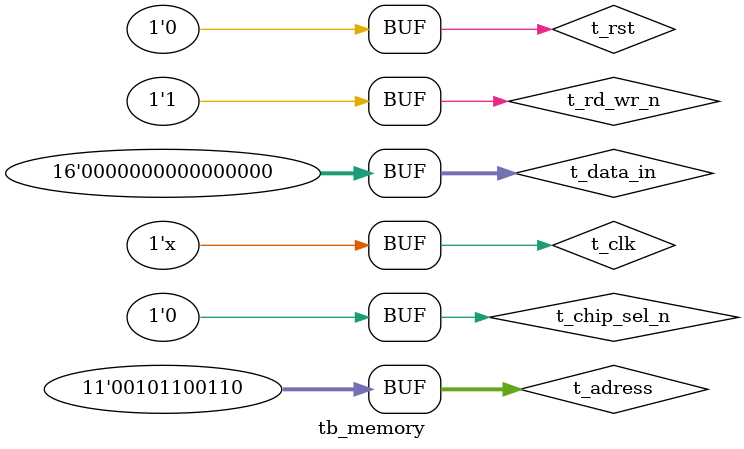
<source format=v>
`timescale 1ps / 1ps


module tb_memory();


reg t_clk,t_rst,t_rd_wr_n,t_chip_sel_n;
reg [15 : 0]t_data_in;
reg [10 : 0 ]t_adress;

wire [15:0]t_data_out;

memory inst(.clk(t_clk),.rst(t_rst),.data_in(t_data_in),.adress(t_adress),.rd_wr_n(t_rd_wr_n),.chip_sel_n(t_chip_sel_n),.data_out(t_data_out));

initial
    begin
        t_rst = 1;
        t_chip_sel_n = 1;
        t_clk = 0;
     #2 t_rst = 0;  
     #2 t_chip_sel_n = 0;       
    end

initial 
    begin
     t_data_in = 16'h11;
   #7 t_data_in = 16'h44;
   #5 t_data_in = 16'h66;
   #2 t_data_in = 0;
   end
   
initial 
    begin
     t_adress = 11'h211;
   #7 t_adress = 11'h144;
   #5 t_adress = 11'h166;
   #3 t_adress = 11'h211;
   #5 t_adress = 11'h144;
   #5 t_adress = 11'h166;
   end
  
 initial
  begin
   t_rd_wr_n = 0;
   #14  t_rd_wr_n = 1;
  end  
 always
    #1 t_clk = !t_clk;   
 endmodule

</source>
